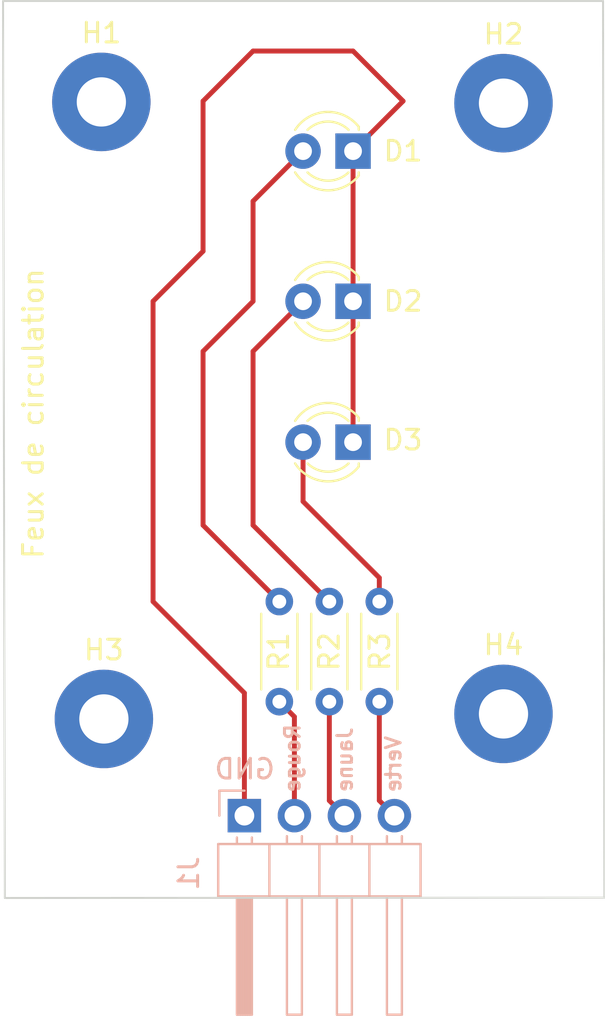
<source format=kicad_pcb>
(kicad_pcb (version 20211014) (generator pcbnew)
  (layers (0 "F.Cu" signal) (31 "B.Cu" signal) (34 "B.Paste" user) (35 "F.Paste" user) (36 "B.SilkS" user "B.Silkscreen") (37 "F.SilkS" user "F.Silkscreen") (38 "B.Mask" user) (39 "F.Mask" user) (44 "Edge.Cuts" user))
  (net 0 "")
  (net 1 "Net-(D1-Pad1)")
  (net 2 "Net-(D1-Pad2)")
  (net 3 "Net-(D2-Pad2)")
  (net 4 "Net-(D3-Pad2)")
  (net 5 "Net-(J1-Pad2)")
  (net 6 "Net-(J1-Pad3)")
  (net 7 "Net-(J1-Pad4)")
  (footprint "MountingHole:MountingHole_2.5mm_Pad" (layer "F.Cu") (at 167.662179 99.681218)
    (fp_text reference "H4" (at 0 -3.5) (layer "F.SilkS"))
    (fp_text value "MountingHole")
    (pad "1" thru_hole circle (at 0 0) (size 5 5) (drill 2.5) (layers *.Cu *.Mask))
  )
  (footprint "LED_THT:LED_D3.0mm" (layer "F.Cu") (at 160.02 85.89 180)
    (fp_text reference "D3" (at -2.539999 0.108569) (layer "F.SilkS"))
    (fp_text value "LED")
    (fp_line (start -0.29 -1.236) (end -0.29 -1.08) (layer "F.SilkS") (width 0.12))
    (fp_line (start -0.29 1.08) (end -0.29 1.236) (layer "F.SilkS") (width 0.12))
    (fp_arc (start 2.942335 1.078608) (mid 1.366487 1.987659) (end -0.29 1.235516) (layer "F.SilkS") (width 0.12))
    (fp_arc (start 2.31113 1.079837) (mid 1.270117 1.5) (end 0.229039 1.08) (layer "F.SilkS") (width 0.12))
    (fp_arc (start -0.29 -1.235516) (mid 1.366487 -1.987659) (end 2.942335 -1.078608) (layer "F.SilkS") (width 0.12))
    (fp_arc (start 0.229039 -1.08) (mid 1.270117 -1.5) (end 2.31113 -1.079837) (layer "F.SilkS") (width 0.12))
    (pad "1" thru_hole rect (at 0 0 180) (size 1.8 1.8) (drill 0.9) (layers *.Cu *.Mask) (net 1 "Net-(D1-Pad1)"))
    (pad "2" thru_hole circle (at 2.54 0 180) (size 1.8 1.8) (drill 0.9) (layers *.Cu *.Mask) (net 4 "Net-(D3-Pad2)"))
  )
  (footprint "MountingHole:MountingHole_2.5mm_Pad" (layer "F.Cu") (at 147.233781 68.622369)
    (fp_text reference "H1" (at 0 -3.5) (layer "F.SilkS"))
    (fp_text value "MountingHole")
    (pad "1" thru_hole circle (at 0 0) (size 5 5) (drill 2.5) (layers *.Cu *.Mask))
  )
  (footprint "Resistor_THT:R_Axial_DIN0204_L3.6mm_D1.6mm_P5.08mm_Horizontal" (layer "F.Cu") (at 158.814986 99.06 90)
    (fp_text reference "R2" (at 2.54 -0.008101 90) (layer "F.SilkS"))
    (fp_text value "100")
    (fp_line (start 0.62 0.92) (end 4.46 0.92) (layer "F.SilkS") (width 0.12))
    (fp_line (start 0.62 -0.92) (end 4.46 -0.92) (layer "F.SilkS") (width 0.12))
    (pad "1" thru_hole circle (at 0 0 90) (size 1.4 1.4) (drill 0.7) (layers *.Cu *.Mask) (net 6 "Net-(J1-Pad3)"))
    (pad "2" thru_hole oval (at 5.08 0 90) (size 1.4 1.4) (drill 0.7) (layers *.Cu *.Mask) (net 3 "Net-(D2-Pad2)"))
  )
  (footprint "LED_THT:LED_D3.0mm" (layer "F.Cu") (at 160.02 71.12 180)
    (fp_text reference "D1" (at -2.54 0) (layer "F.SilkS"))
    (fp_text value "LED")
    (fp_line (start -0.29 1.08) (end -0.29 1.236) (layer "F.SilkS") (width 0.12))
    (fp_line (start -0.29 -1.236) (end -0.29 -1.08) (layer "F.SilkS") (width 0.12))
    (fp_arc (start 2.31113 1.079837) (mid 1.270117 1.5) (end 0.229039 1.08) (layer "F.SilkS") (width 0.12))
    (fp_arc (start -0.29 -1.235516) (mid 1.366487 -1.987659) (end 2.942335 -1.078608) (layer "F.SilkS") (width 0.12))
    (fp_arc (start 0.229039 -1.08) (mid 1.270117 -1.5) (end 2.31113 -1.079837) (layer "F.SilkS") (width 0.12))
    (fp_arc (start 2.942335 1.078608) (mid 1.366487 1.987659) (end -0.29 1.235516) (layer "F.SilkS") (width 0.12))
    (pad "1" thru_hole rect (at 0 0 180) (size 1.8 1.8) (drill 0.9) (layers *.Cu *.Mask) (net 1 "Net-(D1-Pad1)"))
    (pad "2" thru_hole circle (at 2.54 0 180) (size 1.8 1.8) (drill 0.9) (layers *.Cu *.Mask) (net 2 "Net-(D1-Pad2)"))
  )
  (footprint "MountingHole:MountingHole_2.5mm_Pad" (layer "F.Cu") (at 167.662179 68.686408)
    (fp_text reference "H2" (at 0 -3.5) (layer "F.SilkS"))
    (fp_text value "MountingHole")
    (pad "1" thru_hole circle (at 0 0) (size 5 5) (drill 2.5) (layers *.Cu *.Mask))
  )
  (footprint "LED_THT:LED_D3.0mm" (layer "F.Cu") (at 160.02 78.74 180)
    (fp_text reference "D2" (at -2.54 0) (layer "F.SilkS"))
    (fp_text value "LED")
    (fp_line (start -0.29 -1.236) (end -0.29 -1.08) (layer "F.SilkS") (width 0.12))
    (fp_line (start -0.29 1.08) (end -0.29 1.236) (layer "F.SilkS") (width 0.12))
    (fp_arc (start 0.229039 -1.08) (mid 1.270117 -1.5) (end 2.31113 -1.079837) (layer "F.SilkS") (width 0.12))
    (fp_arc (start -0.29 -1.235516) (mid 1.366487 -1.987659) (end 2.942335 -1.078608) (layer "F.SilkS") (width 0.12))
    (fp_arc (start 2.31113 1.079837) (mid 1.270117 1.5) (end 0.229039 1.08) (layer "F.SilkS") (width 0.12))
    (fp_arc (start 2.942335 1.078608) (mid 1.366487 1.987659) (end -0.29 1.235516) (layer "F.SilkS") (width 0.12))
    (pad "1" thru_hole rect (at 0 0 180) (size 1.8 1.8) (drill 0.9) (layers *.Cu *.Mask) (net 1 "Net-(D1-Pad1)"))
    (pad "2" thru_hole circle (at 2.54 0 180) (size 1.8 1.8) (drill 0.9) (layers *.Cu *.Mask) (net 3 "Net-(D2-Pad2)"))
  )
  (footprint "Resistor_THT:R_Axial_DIN0204_L3.6mm_D1.6mm_P5.08mm_Horizontal" (layer "F.Cu") (at 161.353636 99.06 90)
    (fp_text reference "R3" (at 2.54 0.02304 90) (layer "F.SilkS"))
    (fp_text value "100")
    (fp_line (start 0.62 0.92) (end 4.46 0.92) (layer "F.SilkS") (width 0.12))
    (fp_line (start 0.62 -0.92) (end 4.46 -0.92) (layer "F.SilkS") (width 0.12))
    (pad "1" thru_hole circle (at 0 0 90) (size 1.4 1.4) (drill 0.7) (layers *.Cu *.Mask) (net 7 "Net-(J1-Pad4)"))
    (pad "2" thru_hole oval (at 5.08 0 90) (size 1.4 1.4) (drill 0.7) (layers *.Cu *.Mask) (net 4 "Net-(D3-Pad2)"))
  )
  (footprint "Resistor_THT:R_Axial_DIN0204_L3.6mm_D1.6mm_P5.08mm_Horizontal" (layer "F.Cu") (at 156.274986 99.06 90)
    (fp_text reference "R1" (at 2.54 -0.037892 90) (layer "F.SilkS"))
    (fp_text value "100")
    (fp_line (start 0.62 -0.92) (end 4.46 -0.92) (layer "F.SilkS") (width 0.12))
    (fp_line (start 0.62 0.92) (end 4.46 0.92) (layer "F.SilkS") (width 0.12))
    (pad "1" thru_hole circle (at 0 0 90) (size 1.4 1.4) (drill 0.7) (layers *.Cu *.Mask) (net 5 "Net-(J1-Pad2)"))
    (pad "2" thru_hole oval (at 5.08 0 90) (size 1.4 1.4) (drill 0.7) (layers *.Cu *.Mask) (net 2 "Net-(D1-Pad2)"))
  )
  (footprint "MountingHole:MountingHole_2.5mm_Pad" (layer "F.Cu") (at 147.361859 99.937373)
    (fp_text reference "H3" (at 0 -3.5) (layer "F.SilkS"))
    (fp_text value "MountingHole")
    (pad "1" thru_hole circle (at 0 0) (size 5 5) (drill 2.5) (layers *.Cu *.Mask))
  )
  (footprint "Connector_PinHeader_2.54mm:PinHeader_1x04_P2.54mm_Horizontal" (layer "B.Cu") (at 154.500169 104.845 -90)
    (fp_text reference "J1" (at 2.929678 2.829981 90) (layer "B.SilkS") (effects (justify mirror)))
    (fp_text value "Conn_01x04")
    (fp_line (start 10.1 -2.16) (end 10.1 -2.92) (layer "B.SilkS") (width 0.12))
    (fp_line (start -1.27 1.27) (end 0 1.27) (layer "B.SilkS") (width 0.12))
    (fp_line (start 1.44 -3.81) (end 4.1 -3.81) (layer "B.SilkS") (width 0.12))
    (fp_line (start 10.1 0.38) (end 10.1 -0.38) (layer "B.SilkS") (width 0.12))
    (fp_line (start 1.44 1.33) (end 1.44 -8.95) (layer "B.SilkS") (width 0.12))
    (fp_line (start 4.1 -0.28) (end 10.1 -0.28) (layer "B.SilkS") (width 0.12))
    (fp_line (start 1.042929 -2.16) (end 1.44 -2.16) (layer "B.SilkS") (width 0.12))
    (fp_line (start 10.1 -7.24) (end 10.1 -8) (layer "B.SilkS") (width 0.12))
    (fp_line (start 4.1 -0.04) (end 10.1 -0.04) (layer "B.SilkS") (width 0.12))
    (fp_line (start 4.1 -2.16) (end 10.1 -2.16) (layer "B.SilkS") (width 0.12))
    (fp_line (start 1.11 0.38) (end 1.44 0.38) (layer "B.SilkS") (width 0.12))
    (fp_line (start 10.1 -2.92) (end 4.1 -2.92) (layer "B.SilkS") (width 0.12))
    (fp_line (start 4.1 0.08) (end 10.1 0.08) (layer "B.SilkS") (width 0.12))
    (fp_line (start 10.1 -0.38) (end 4.1 -0.38) (layer "B.SilkS") (width 0.12))
    (fp_line (start 1.44 -1.27) (end 4.1 -1.27) (layer "B.SilkS") (width 0.12))
    (fp_line (start 1.042929 -7.24) (end 1.44 -7.24) (layer "B.SilkS") (width 0.12))
    (fp_line (start 4.1 1.33) (end 1.44 1.33) (layer "B.SilkS") (width 0.12))
    (fp_line (start 1.042929 -4.7) (end 1.44 -4.7) (layer "B.SilkS") (width 0.12))
    (fp_line (start 4.1 -7.24) (end 10.1 -7.24) (layer "B.SilkS") (width 0.12))
    (fp_line (start 1.042929 -2.92) (end 1.44 -2.92) (layer "B.SilkS") (width 0.12))
    (fp_line (start 10.1 -5.46) (end 4.1 -5.46) (layer "B.SilkS") (width 0.12))
    (fp_line (start 10.1 -4.7) (end 10.1 -5.46) (layer "B.SilkS") (width 0.12))
    (fp_line (start 1.44 -8.95) (end 4.1 -8.95) (layer "B.SilkS") (width 0.12))
    (fp_line (start 4.1 0.38) (end 10.1 0.38) (layer "B.SilkS") (width 0.12))
    (fp_line (start 1.042929 -5.46) (end 1.44 -5.46) (layer "B.SilkS") (width 0.12))
    (fp_line (start 4.1 -0.16) (end 10.1 -0.16) (layer "B.SilkS") (width 0.12))
    (fp_line (start 1.44 -6.35) (end 4.1 -6.35) (layer "B.SilkS") (width 0.12))
    (fp_line (start 1.042929 -8) (end 1.44 -8) (layer "B.SilkS") (width 0.12))
    (fp_line (start 4.1 -4.7) (end 10.1 -4.7) (layer "B.SilkS") (width 0.12))
    (fp_line (start -1.27 0) (end -1.27 1.27) (layer "B.SilkS") (width 0.12))
    (fp_line (start 1.11 -0.38) (end 1.44 -0.38) (layer "B.SilkS") (width 0.12))
    (fp_line (start 4.1 0.2) (end 10.1 0.2) (layer "B.SilkS") (width 0.12))
    (fp_line (start 4.1 -8.95) (end 4.1 1.33) (layer "B.SilkS") (width 0.12))
    (fp_line (start 4.1 0.32) (end 10.1 0.32) (layer "B.SilkS") (width 0.12))
    (fp_line (start 10.1 -8) (end 4.1 -8) (layer "B.SilkS") (width 0.12))
    (pad "1" thru_hole rect (at 0 0 270) (size 1.7 1.7) (drill 1) (layers *.Cu *.Mask) (net 1 "Net-(D1-Pad1)"))
    (pad "2" thru_hole oval (at 0 -2.54 270) (size 1.7 1.7) (drill 1) (layers *.Cu *.Mask) (net 5 "Net-(J1-Pad2)"))
    (pad "3" thru_hole oval (at 0 -5.08 270) (size 1.7 1.7) (drill 1) (layers *.Cu *.Mask) (net 6 "Net-(J1-Pad3)"))
    (pad "4" thru_hole oval (at 0 -7.62 270) (size 1.7 1.7) (drill 1) (layers *.Cu *.Mask) (net 7 "Net-(J1-Pad4)"))
  )
  (gr_poly (pts (xy 172.78499 109.005535) (xy 142.330981 109.023407) (xy 142.24 63.5) (xy 172.72 63.5)) (layer "Edge.Cuts") (width 0.1) (fill none))
  (gr_text "Rouge" (at 156.94632 101.935101 90) (layer "B.SilkS") (effects (font (size 0.75 0.75)) (justify mirror)))
  (gr_text "Verte" (at 162.072129 102.232969 90) (layer "B.SilkS") (effects (font (size 0.75 0.75)) (justify mirror)))
  (gr_text "Jaune" (at 159.602308 102.009568 90) (layer "B.SilkS") (effects (font (size 0.75 0.75)) (justify mirror)))
  (gr_text "GND" (at 154.51802 102.481192) (layer "B.SilkS") (effects (font (size 1 1)) (justify mirror)))
  (gr_text "Feux de circulation" (at 143.775683 84.439968 90) (layer "F.SilkS") (effects (font (size 1 1))))
  (segment (start 154.94 66.04) (end 152.4 68.58) (width 0.25) (layer "F.Cu") (net 1))
  (segment (start 160.02 71.12) (end 162.56 68.58) (width 0.25) (layer "F.Cu") (net 1))
  (segment (start 154.500169 98.620169) (end 154.500169 104.845) (width 0.25) (layer "F.Cu") (net 1))
  (segment (start 162.56 68.58) (end 160.02 66.04) (width 0.25) (layer "F.Cu") (net 1))
  (segment (start 149.86 78.74) (end 149.86 93.98) (width 0.25) (layer "F.Cu") (net 1))
  (segment (start 149.86 93.98) (end 154.500169 98.620169) (width 0.25) (layer "F.Cu") (net 1))
  (segment (start 160.02 71.12) (end 160.02 78.74) (width 0.25) (layer "F.Cu") (net 1))
  (segment (start 160.02 78.74) (end 160.02 85.89) (width 0.25) (layer "F.Cu") (net 1))
  (segment (start 152.4 76.2) (end 149.86 78.74) (width 0.25) (layer "F.Cu") (net 1))
  (segment (start 152.4 68.58) (end 152.4 76.2) (width 0.25) (layer "F.Cu") (net 1))
  (segment (start 160.02 66.04) (end 154.94 66.04) (width 0.25) (layer "F.Cu") (net 1))
  (segment (start 152.4 90.105014) (end 156.274986 93.98) (width 0.25) (layer "F.Cu") (net 2))
  (segment (start 152.4 81.28) (end 152.4 90.105014) (width 0.25) (layer "F.Cu") (net 2))
  (segment (start 154.94 73.66) (end 154.94 78.74) (width 0.25) (layer "F.Cu") (net 2))
  (segment (start 157.48 71.12) (end 154.94 73.66) (width 0.25) (layer "F.Cu") (net 2))
  (segment (start 154.94 78.74) (end 152.4 81.28) (width 0.25) (layer "F.Cu") (net 2))
  (segment (start 154.94 81.28) (end 154.94 90.105014) (width 0.25) (layer "F.Cu") (net 3))
  (segment (start 157.48 78.74) (end 154.94 81.28) (width 0.25) (layer "F.Cu") (net 3))
  (segment (start 154.94 90.105014) (end 158.814986 93.98) (width 0.25) (layer "F.Cu") (net 3))
  (segment (start 161.353636 92.773636) (end 161.353636 93.98) (width 0.25) (layer "F.Cu") (net 4))
  (segment (start 157.48 88.9) (end 161.353636 92.773636) (width 0.25) (layer "F.Cu") (net 4))
  (segment (start 157.48 85.89) (end 157.48 88.9) (width 0.25) (layer "F.Cu") (net 4))
  (segment (start 157.040169 99.825183) (end 157.040169 104.845) (width 0.25) (layer "F.Cu") (net 5))
  (segment (start 156.274986 99.06) (end 157.040169 99.825183) (width 0.25) (layer "F.Cu") (net 5))
  (segment (start 158.814986 99.06) (end 158.814986 104.079817) (width 0.25) (layer "F.Cu") (net 6))
  (segment (start 158.814986 104.079817) (end 159.580169 104.845) (width 0.25) (layer "F.Cu") (net 6))
  (segment (start 161.353636 104.078467) (end 162.120169 104.845) (width 0.25) (layer "F.Cu") (net 7))
  (segment (start 161.353636 99.06) (end 161.353636 104.078467) (width 0.25) (layer "F.Cu") (net 7))
)
</source>
